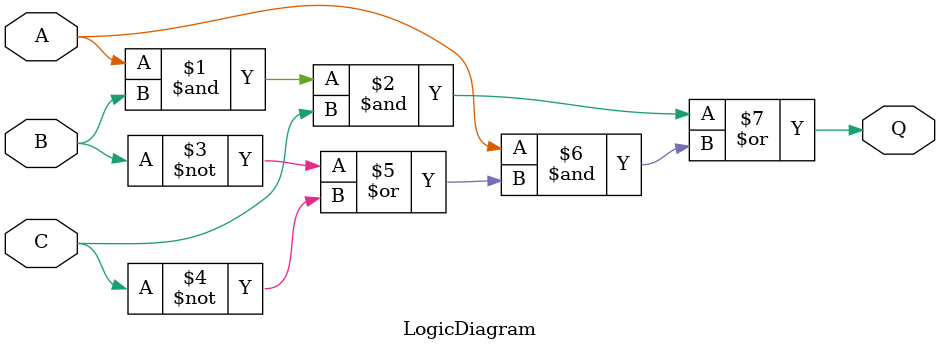
<source format=v>
module LogicDiagram(
                    input A, B, C,
                    output Q
                    );
                    
  assign Q = (A&B&C) | (A&((~B)|(~C)));       
         
                    
endmodule

</source>
